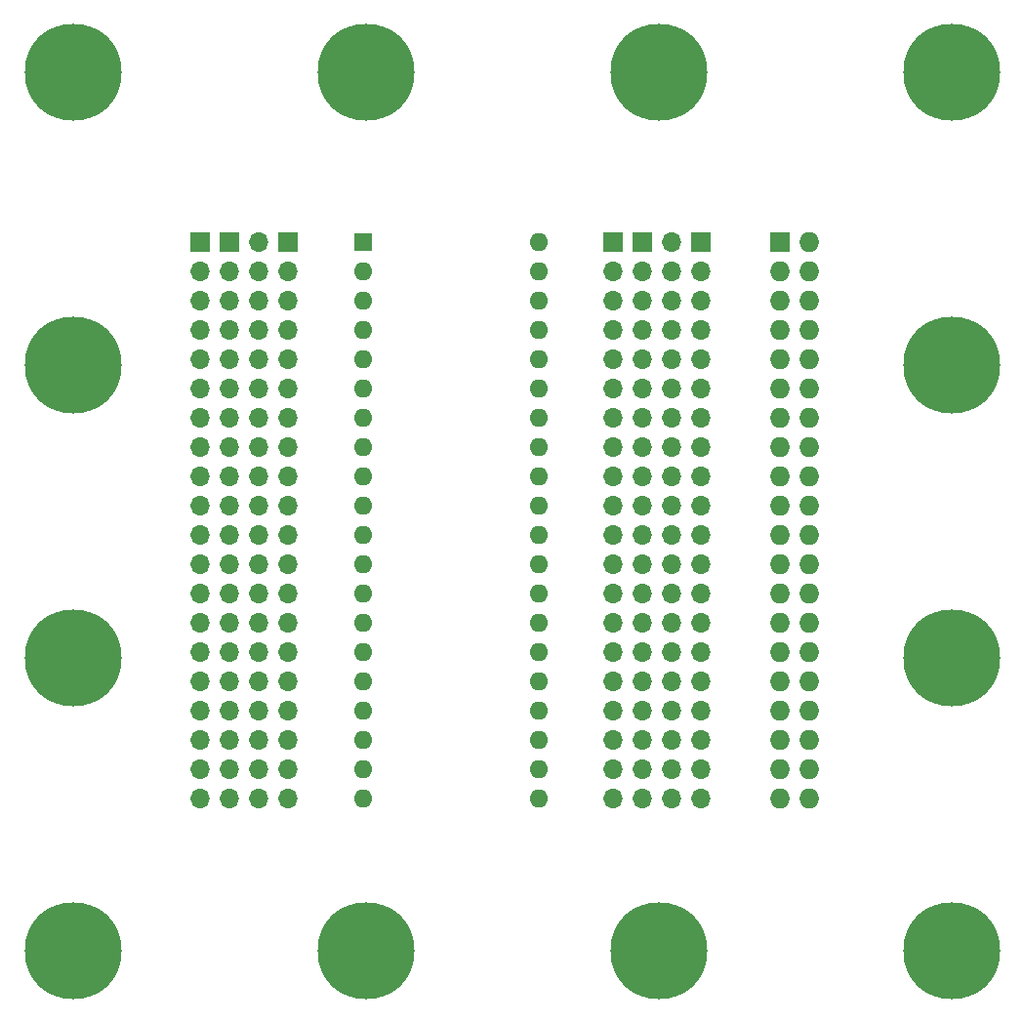
<source format=gbr>
%TF.GenerationSoftware,KiCad,Pcbnew,(5.99.0-7714-g70c397a9b4)*%
%TF.CreationDate,2021-02-07T01:03:56+03:00*%
%TF.ProjectId,dipext-pin_r4,64697065-7874-42d7-9069-6e5f72342e6b,rev?*%
%TF.SameCoordinates,Original*%
%TF.FileFunction,Soldermask,Bot*%
%TF.FilePolarity,Negative*%
%FSLAX46Y46*%
G04 Gerber Fmt 4.6, Leading zero omitted, Abs format (unit mm)*
G04 Created by KiCad (PCBNEW (5.99.0-7714-g70c397a9b4)) date 2021-02-07 01:03:56*
%MOMM*%
%LPD*%
G01*
G04 APERTURE LIST*
%ADD10R,1.700000X1.700000*%
%ADD11O,1.700000X1.700000*%
%ADD12R,1.600000X1.600000*%
%ADD13O,1.600000X1.600000*%
%ADD14C,8.400000*%
%ADD15R,1.727200X1.727200*%
%ADD16O,1.727200X1.727200*%
G04 APERTURE END LIST*
D10*
%TO.C,J7*%
X42824399Y-46431201D03*
D11*
X42824399Y-48971201D03*
X42824399Y-51511201D03*
X42824399Y-54051201D03*
X42824399Y-56591201D03*
X42824399Y-59131201D03*
X42824399Y-61671201D03*
X42824399Y-64211201D03*
X42824399Y-66751201D03*
X42824399Y-69291201D03*
X42824399Y-71831201D03*
X42824399Y-74371201D03*
X42824399Y-76911201D03*
X42824399Y-79451201D03*
X42824399Y-81991201D03*
X42824399Y-84531201D03*
X42824399Y-87071201D03*
X42824399Y-89611201D03*
X42824399Y-92151201D03*
X42824399Y-94691201D03*
%TD*%
D12*
%TO.C,J1*%
X56895999Y-46431201D03*
D13*
X56895999Y-48971201D03*
X56895999Y-51511201D03*
X56895999Y-54051201D03*
X56895999Y-56591201D03*
X56895999Y-59131201D03*
X56895999Y-61671201D03*
X56895999Y-64211201D03*
X56895999Y-66751201D03*
X56895999Y-69291201D03*
X56895999Y-71831201D03*
X56895999Y-74371201D03*
X56895999Y-76911201D03*
X56895999Y-79451201D03*
X56895999Y-81991201D03*
X56895999Y-84531201D03*
X56895999Y-87071201D03*
X56895999Y-89611201D03*
X56895999Y-92151201D03*
X56895999Y-94691201D03*
X72135999Y-94691201D03*
X72135999Y-92151201D03*
X72135999Y-89611201D03*
X72135999Y-87071201D03*
X72135999Y-84531201D03*
X72135999Y-81991201D03*
X72135999Y-79451201D03*
X72135999Y-76911201D03*
X72135999Y-74371201D03*
X72135999Y-71831201D03*
X72135999Y-69291201D03*
X72135999Y-66751201D03*
X72135999Y-64211201D03*
X72135999Y-61671201D03*
X72135999Y-59131201D03*
X72135999Y-56591201D03*
X72135999Y-54051201D03*
X72135999Y-51511201D03*
X72135999Y-48971201D03*
X72135999Y-46431201D03*
%TD*%
D14*
%TO.C,MK1*%
X31750000Y-31750000D03*
%TD*%
%TO.C,MK4*%
X107950000Y-31750000D03*
%TD*%
%TO.C,MK9*%
X31750000Y-107950000D03*
%TD*%
%TO.C,MK12*%
X107950000Y-107950000D03*
%TD*%
D15*
%TO.C,J2*%
X93065599Y-46456601D03*
D16*
X95605599Y-46456601D03*
X93065599Y-48996601D03*
X95605599Y-48996601D03*
X93065599Y-51536601D03*
X95605599Y-51536601D03*
X93065599Y-54076601D03*
X95605599Y-54076601D03*
X93065599Y-56616601D03*
X95605599Y-56616601D03*
X93065599Y-59156601D03*
X95605599Y-59156601D03*
X93065599Y-61696601D03*
X95605599Y-61696601D03*
X93065599Y-64236601D03*
X95605599Y-64236601D03*
X93065599Y-66776601D03*
X95605599Y-66776601D03*
X93065599Y-69316601D03*
X95605599Y-69316601D03*
X93065599Y-71856601D03*
X95605599Y-71856601D03*
X93065599Y-74396601D03*
X95605599Y-74396601D03*
X93065599Y-76936601D03*
X95605599Y-76936601D03*
X93065599Y-79476601D03*
X95605599Y-79476601D03*
X93065599Y-82016601D03*
X95605599Y-82016601D03*
X93065599Y-84556601D03*
X95605599Y-84556601D03*
X93065599Y-87096601D03*
X95605599Y-87096601D03*
X93065599Y-89636601D03*
X95605599Y-89636601D03*
X93065599Y-92176601D03*
X95605599Y-92176601D03*
X93065599Y-94716601D03*
X95605599Y-94716601D03*
%TD*%
D14*
%TO.C,MK3*%
X82550000Y-31750000D03*
%TD*%
%TO.C,MK2*%
X57150000Y-31750000D03*
%TD*%
%TO.C,MK5*%
X31750000Y-57150000D03*
%TD*%
%TO.C,MK7*%
X31750000Y-82550000D03*
%TD*%
%TO.C,MK6*%
X107950000Y-57150000D03*
%TD*%
%TO.C,MK8*%
X107950000Y-82550000D03*
%TD*%
%TO.C,MK10*%
X57150000Y-107950000D03*
%TD*%
%TO.C,MK11*%
X82550000Y-107950000D03*
%TD*%
D10*
%TO.C,J3*%
X45364399Y-46431201D03*
D11*
X47904399Y-46431201D03*
X45364399Y-48971201D03*
X47904399Y-48971201D03*
X45364399Y-51511201D03*
X47904399Y-51511201D03*
X45364399Y-54051201D03*
X47904399Y-54051201D03*
X45364399Y-56591201D03*
X47904399Y-56591201D03*
X45364399Y-59131201D03*
X47904399Y-59131201D03*
X45364399Y-61671201D03*
X47904399Y-61671201D03*
X45364399Y-64211201D03*
X47904399Y-64211201D03*
X45364399Y-66751201D03*
X47904399Y-66751201D03*
X45364399Y-69291201D03*
X47904399Y-69291201D03*
X45364399Y-71831201D03*
X47904399Y-71831201D03*
X45364399Y-74371201D03*
X47904399Y-74371201D03*
X45364399Y-76911201D03*
X47904399Y-76911201D03*
X45364399Y-79451201D03*
X47904399Y-79451201D03*
X45364399Y-81991201D03*
X47904399Y-81991201D03*
X45364399Y-84531201D03*
X47904399Y-84531201D03*
X45364399Y-87071201D03*
X47904399Y-87071201D03*
X45364399Y-89611201D03*
X47904399Y-89611201D03*
X45364399Y-92151201D03*
X47904399Y-92151201D03*
X45364399Y-94691201D03*
X47904399Y-94691201D03*
%TD*%
D10*
%TO.C,J4*%
X81152999Y-46456601D03*
D11*
X83692999Y-46456601D03*
X81152999Y-48996601D03*
X83692999Y-48996601D03*
X81152999Y-51536601D03*
X83692999Y-51536601D03*
X81152999Y-54076601D03*
X83692999Y-54076601D03*
X81152999Y-56616601D03*
X83692999Y-56616601D03*
X81152999Y-59156601D03*
X83692999Y-59156601D03*
X81152999Y-61696601D03*
X83692999Y-61696601D03*
X81152999Y-64236601D03*
X83692999Y-64236601D03*
X81152999Y-66776601D03*
X83692999Y-66776601D03*
X81152999Y-69316601D03*
X83692999Y-69316601D03*
X81152999Y-71856601D03*
X83692999Y-71856601D03*
X81152999Y-74396601D03*
X83692999Y-74396601D03*
X81152999Y-76936601D03*
X83692999Y-76936601D03*
X81152999Y-79476601D03*
X83692999Y-79476601D03*
X81152999Y-82016601D03*
X83692999Y-82016601D03*
X81152999Y-84556601D03*
X83692999Y-84556601D03*
X81152999Y-87096601D03*
X83692999Y-87096601D03*
X81152999Y-89636601D03*
X83692999Y-89636601D03*
X81152999Y-92176601D03*
X83692999Y-92176601D03*
X81152999Y-94716601D03*
X83692999Y-94716601D03*
%TD*%
D10*
%TO.C,J8*%
X50444199Y-46431201D03*
D11*
X50444199Y-48971201D03*
X50444199Y-51511201D03*
X50444199Y-54051201D03*
X50444199Y-56591201D03*
X50444199Y-59131201D03*
X50444199Y-61671201D03*
X50444199Y-64211201D03*
X50444199Y-66751201D03*
X50444199Y-69291201D03*
X50444199Y-71831201D03*
X50444199Y-74371201D03*
X50444199Y-76911201D03*
X50444199Y-79451201D03*
X50444199Y-81991201D03*
X50444199Y-84531201D03*
X50444199Y-87071201D03*
X50444199Y-89611201D03*
X50444199Y-92151201D03*
X50444199Y-94691201D03*
%TD*%
D10*
%TO.C,J6*%
X78613399Y-46456601D03*
D11*
X78613399Y-48996601D03*
X78613399Y-51536601D03*
X78613399Y-54076601D03*
X78613399Y-56616601D03*
X78613399Y-59156601D03*
X78613399Y-61696601D03*
X78613399Y-64236601D03*
X78613399Y-66776601D03*
X78613399Y-69316601D03*
X78613399Y-71856601D03*
X78613399Y-74396601D03*
X78613399Y-76936601D03*
X78613399Y-79476601D03*
X78613399Y-82016601D03*
X78613399Y-84556601D03*
X78613399Y-87096601D03*
X78613399Y-89636601D03*
X78613399Y-92176601D03*
X78613399Y-94716601D03*
%TD*%
D10*
%TO.C,J5*%
X86232599Y-46456601D03*
D11*
X86232599Y-48996601D03*
X86232599Y-51536601D03*
X86232599Y-54076601D03*
X86232599Y-56616601D03*
X86232599Y-59156601D03*
X86232599Y-61696601D03*
X86232599Y-64236601D03*
X86232599Y-66776601D03*
X86232599Y-69316601D03*
X86232599Y-71856601D03*
X86232599Y-74396601D03*
X86232599Y-76936601D03*
X86232599Y-79476601D03*
X86232599Y-82016601D03*
X86232599Y-84556601D03*
X86232599Y-87096601D03*
X86232599Y-89636601D03*
X86232599Y-92176601D03*
X86232599Y-94716601D03*
%TD*%
M02*

</source>
